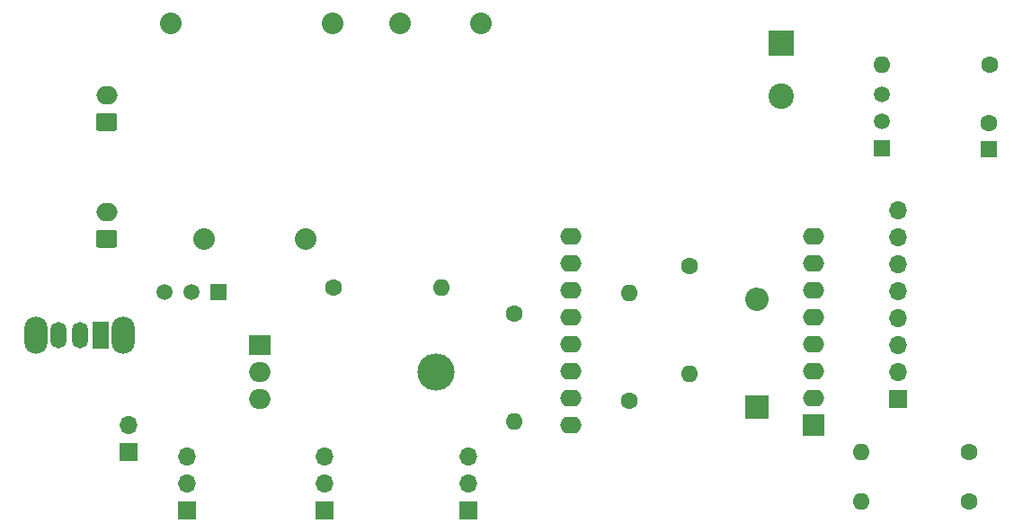
<source format=gbs>
%TF.GenerationSoftware,KiCad,Pcbnew,5.1.7-a382d34a8~88~ubuntu18.04.1*%
%TF.CreationDate,2021-03-14T22:14:16-04:00*%
%TF.ProjectId,CroqueLivreSaintGerard2021_V1,43726f71-7565-44c6-9976-72655361696e,rev?*%
%TF.SameCoordinates,Original*%
%TF.FileFunction,Soldermask,Bot*%
%TF.FilePolarity,Negative*%
%FSLAX46Y46*%
G04 Gerber Fmt 4.6, Leading zero omitted, Abs format (unit mm)*
G04 Created by KiCad (PCBNEW 5.1.7-a382d34a8~88~ubuntu18.04.1) date 2021-03-14 22:14:16*
%MOMM*%
%LPD*%
G01*
G04 APERTURE LIST*
%ADD10O,2.000000X1.700000*%
%ADD11O,2.000000X1.600000*%
%ADD12R,2.000000X2.000000*%
%ADD13R,1.600000X1.600000*%
%ADD14C,1.600000*%
%ADD15R,2.400000X2.400000*%
%ADD16C,2.400000*%
%ADD17R,1.700000X1.700000*%
%ADD18O,1.700000X1.700000*%
%ADD19C,1.500000*%
%ADD20R,1.500000X1.500000*%
%ADD21O,3.500000X3.500000*%
%ADD22R,2.000000X1.905000*%
%ADD23O,2.000000X1.905000*%
%ADD24C,2.032000*%
%ADD25R,1.500000X2.500000*%
%ADD26O,1.500000X2.500000*%
%ADD27O,2.200000X3.500000*%
%ADD28O,1.600000X1.600000*%
%ADD29R,2.200000X2.200000*%
%ADD30O,2.200000X2.200000*%
G04 APERTURE END LIST*
D10*
%TO.C,+ -*%
X111275000Y-88625000D03*
G36*
G01*
X112025000Y-91975000D02*
X110525000Y-91975000D01*
G75*
G02*
X110275000Y-91725000I0J250000D01*
G01*
X110275000Y-90525000D01*
G75*
G02*
X110525000Y-90275000I250000J0D01*
G01*
X112025000Y-90275000D01*
G75*
G02*
X112275000Y-90525000I0J-250000D01*
G01*
X112275000Y-91725000D01*
G75*
G02*
X112025000Y-91975000I-250000J0D01*
G01*
G37*
%TD*%
%TO.C,+ -*%
X111275000Y-77625000D03*
G36*
G01*
X112025000Y-80975000D02*
X110525000Y-80975000D01*
G75*
G02*
X110275000Y-80725000I0J250000D01*
G01*
X110275000Y-79525000D01*
G75*
G02*
X110525000Y-79275000I250000J0D01*
G01*
X112025000Y-79275000D01*
G75*
G02*
X112275000Y-79525000I0J-250000D01*
G01*
X112275000Y-80725000D01*
G75*
G02*
X112025000Y-80975000I-250000J0D01*
G01*
G37*
%TD*%
D11*
%TO.C,U2*%
X177835000Y-106155000D03*
D12*
X177835000Y-108695000D03*
D11*
X177835000Y-103615000D03*
X177835000Y-101075000D03*
X177835000Y-98535000D03*
X177835000Y-95995000D03*
X177835000Y-93455000D03*
X177835000Y-90915000D03*
X154975000Y-90915000D03*
X154975000Y-93455000D03*
X154975000Y-95995000D03*
X154975000Y-98535000D03*
X154975000Y-101075000D03*
X154975000Y-103615000D03*
X154975000Y-106155000D03*
X154975000Y-108695000D03*
%TD*%
D13*
%TO.C,C1*%
X194335000Y-82695000D03*
D14*
X194335000Y-80195000D03*
%TD*%
D15*
%TO.C,C2*%
X174835000Y-72695000D03*
D16*
X174835000Y-77695000D03*
%TD*%
D17*
%TO.C,J2*%
X113335000Y-111195000D03*
D18*
X113335000Y-108655000D03*
%TD*%
%TO.C,J7*%
X185835000Y-88415000D03*
X185835000Y-90955000D03*
X185835000Y-93495000D03*
X185835000Y-96035000D03*
X185835000Y-98575000D03*
X185835000Y-101115000D03*
X185835000Y-103655000D03*
D17*
X185835000Y-106195000D03*
%TD*%
D19*
%TO.C,Q1*%
X184275000Y-80085000D03*
X184275000Y-77545000D03*
D20*
X184275000Y-82625000D03*
%TD*%
%TO.C,Q2*%
X121775000Y-96125000D03*
D19*
X116695000Y-96125000D03*
X119235000Y-96125000D03*
%TD*%
D21*
%TO.C,Q3*%
X142335000Y-103695000D03*
D22*
X125675000Y-101155000D03*
D23*
X125675000Y-103695000D03*
X125675000Y-106235000D03*
%TD*%
D24*
%TO.C,U1*%
X132525000Y-70800000D03*
X117285000Y-70800000D03*
X120460000Y-91120000D03*
X129985000Y-91120000D03*
X138875000Y-70800000D03*
X146495000Y-70800000D03*
%TD*%
D17*
%TO.C,J4*%
X131835000Y-116695000D03*
D18*
X131835000Y-114155000D03*
X131835000Y-111615000D03*
%TD*%
%TO.C,J5*%
X118835000Y-111615000D03*
X118835000Y-114155000D03*
D17*
X118835000Y-116695000D03*
%TD*%
%TO.C,J6*%
X145335000Y-116695000D03*
D18*
X145335000Y-114155000D03*
X145335000Y-111615000D03*
%TD*%
D25*
%TO.C,SW1*%
X110735000Y-100195000D03*
D26*
X108735000Y-100195000D03*
X106735000Y-100195000D03*
D27*
X112835000Y-100195000D03*
X104635000Y-100195000D03*
%TD*%
D14*
%TO.C,R1*%
X192495000Y-115885000D03*
D28*
X182335000Y-115885000D03*
%TD*%
%TO.C,R2*%
X182335000Y-111195000D03*
D14*
X192495000Y-111195000D03*
%TD*%
%TO.C,R3*%
X194495000Y-74695000D03*
D28*
X184335000Y-74695000D03*
%TD*%
%TO.C,R4*%
X166180000Y-103820000D03*
D14*
X166180000Y-93660000D03*
%TD*%
D28*
%TO.C,R5*%
X160465000Y-96200000D03*
D14*
X160465000Y-106360000D03*
%TD*%
%TO.C,R6*%
X132675000Y-95695000D03*
D28*
X142835000Y-95695000D03*
%TD*%
D14*
%TO.C,R7*%
X149670000Y-98195000D03*
D28*
X149670000Y-108355000D03*
%TD*%
D29*
%TO.C,D1*%
X172530000Y-106995000D03*
D30*
X172530000Y-96835000D03*
%TD*%
M02*

</source>
